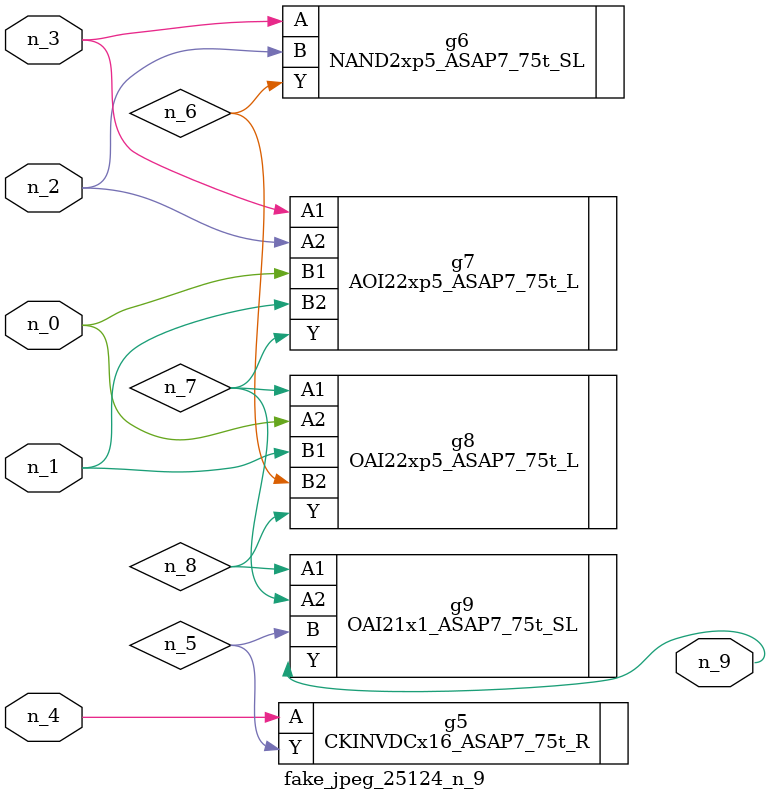
<source format=v>
module fake_jpeg_25124_n_9 (n_3, n_2, n_1, n_0, n_4, n_9);

input n_3;
input n_2;
input n_1;
input n_0;
input n_4;

output n_9;

wire n_8;
wire n_6;
wire n_5;
wire n_7;

CKINVDCx16_ASAP7_75t_R g5 ( 
.A(n_4),
.Y(n_5)
);

NAND2xp5_ASAP7_75t_SL g6 ( 
.A(n_3),
.B(n_2),
.Y(n_6)
);

AOI22xp5_ASAP7_75t_L g7 ( 
.A1(n_3),
.A2(n_2),
.B1(n_0),
.B2(n_1),
.Y(n_7)
);

OAI22xp5_ASAP7_75t_L g8 ( 
.A1(n_7),
.A2(n_0),
.B1(n_1),
.B2(n_6),
.Y(n_8)
);

OAI21x1_ASAP7_75t_SL g9 ( 
.A1(n_8),
.A2(n_7),
.B(n_5),
.Y(n_9)
);


endmodule
</source>
